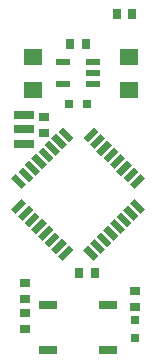
<source format=gbr>
G04 EAGLE Gerber RS-274X export*
G75*
%MOMM*%
%FSLAX34Y34*%
%LPD*%
%INSolderpaste Top*%
%IPPOS*%
%AMOC8*
5,1,8,0,0,1.08239X$1,22.5*%
G01*
%ADD10R,0.900000X0.700000*%
%ADD11R,1.600000X1.400000*%
%ADD12R,0.700000X0.900000*%
%ADD13R,0.800000X0.800000*%
%ADD14R,1.524000X0.762000*%
%ADD15R,1.200000X0.550000*%
%ADD16R,1.700000X0.700000*%
%ADD17R,1.270000X0.558800*%
%ADD18R,0.558800X1.270000*%


D10*
X59690Y191620D03*
X59690Y204620D03*
D11*
X50800Y227300D03*
X50800Y255300D03*
D12*
X95400Y266700D03*
X82400Y266700D03*
D13*
X96400Y215900D03*
X81400Y215900D03*
D10*
X44196Y25504D03*
X44196Y38504D03*
D14*
X114300Y7620D03*
X63500Y7620D03*
X114300Y45720D03*
X63500Y45720D03*
D12*
X103020Y72390D03*
X90020Y72390D03*
D10*
X44196Y50904D03*
X44196Y63904D03*
X137160Y57300D03*
X137160Y44300D03*
D13*
X137160Y17900D03*
X137160Y32900D03*
D15*
X101901Y232308D03*
X101901Y241808D03*
X101901Y251308D03*
X75899Y251308D03*
X75899Y232308D03*
D11*
X132080Y227300D03*
X132080Y255300D03*
D16*
X43180Y182310D03*
X43180Y194310D03*
X43180Y206310D03*
D17*
G36*
X80860Y183387D02*
X71881Y192366D01*
X75832Y196317D01*
X84811Y187338D01*
X80860Y183387D01*
G37*
G36*
X75203Y177730D02*
X66224Y186709D01*
X70175Y190660D01*
X79154Y181681D01*
X75203Y177730D01*
G37*
G36*
X69546Y172074D02*
X60567Y181053D01*
X64518Y185004D01*
X73497Y176025D01*
X69546Y172074D01*
G37*
G36*
X63889Y166417D02*
X54910Y175396D01*
X58861Y179347D01*
X67840Y170368D01*
X63889Y166417D01*
G37*
G36*
X58232Y160760D02*
X49253Y169739D01*
X53204Y173690D01*
X62183Y164711D01*
X58232Y160760D01*
G37*
G36*
X52575Y155103D02*
X43596Y164082D01*
X47547Y168033D01*
X56526Y159054D01*
X52575Y155103D01*
G37*
G36*
X46919Y149446D02*
X37940Y158425D01*
X41891Y162376D01*
X50870Y153397D01*
X46919Y149446D01*
G37*
G36*
X41262Y143789D02*
X32283Y152768D01*
X36234Y156719D01*
X45213Y147740D01*
X41262Y143789D01*
G37*
D18*
G36*
X36234Y122681D02*
X32283Y126632D01*
X41262Y135611D01*
X45213Y131660D01*
X36234Y122681D01*
G37*
G36*
X41891Y117024D02*
X37940Y120975D01*
X46919Y129954D01*
X50870Y126003D01*
X41891Y117024D01*
G37*
G36*
X47547Y111367D02*
X43596Y115318D01*
X52575Y124297D01*
X56526Y120346D01*
X47547Y111367D01*
G37*
G36*
X53204Y105710D02*
X49253Y109661D01*
X58232Y118640D01*
X62183Y114689D01*
X53204Y105710D01*
G37*
G36*
X58861Y100053D02*
X54910Y104004D01*
X63889Y112983D01*
X67840Y109032D01*
X58861Y100053D01*
G37*
G36*
X64518Y94396D02*
X60567Y98347D01*
X69546Y107326D01*
X73497Y103375D01*
X64518Y94396D01*
G37*
G36*
X70175Y88740D02*
X66224Y92691D01*
X75203Y101670D01*
X79154Y97719D01*
X70175Y88740D01*
G37*
G36*
X75832Y83083D02*
X71881Y87034D01*
X80860Y96013D01*
X84811Y92062D01*
X75832Y83083D01*
G37*
D17*
G36*
X101968Y83083D02*
X92989Y92062D01*
X96940Y96013D01*
X105919Y87034D01*
X101968Y83083D01*
G37*
G36*
X107625Y88740D02*
X98646Y97719D01*
X102597Y101670D01*
X111576Y92691D01*
X107625Y88740D01*
G37*
G36*
X113282Y94396D02*
X104303Y103375D01*
X108254Y107326D01*
X117233Y98347D01*
X113282Y94396D01*
G37*
G36*
X118939Y100053D02*
X109960Y109032D01*
X113911Y112983D01*
X122890Y104004D01*
X118939Y100053D01*
G37*
G36*
X124596Y105710D02*
X115617Y114689D01*
X119568Y118640D01*
X128547Y109661D01*
X124596Y105710D01*
G37*
G36*
X130253Y111367D02*
X121274Y120346D01*
X125225Y124297D01*
X134204Y115318D01*
X130253Y111367D01*
G37*
G36*
X135909Y117024D02*
X126930Y126003D01*
X130881Y129954D01*
X139860Y120975D01*
X135909Y117024D01*
G37*
G36*
X141566Y122681D02*
X132587Y131660D01*
X136538Y135611D01*
X145517Y126632D01*
X141566Y122681D01*
G37*
D18*
G36*
X136538Y143789D02*
X132587Y147740D01*
X141566Y156719D01*
X145517Y152768D01*
X136538Y143789D01*
G37*
G36*
X130881Y149446D02*
X126930Y153397D01*
X135909Y162376D01*
X139860Y158425D01*
X130881Y149446D01*
G37*
G36*
X125225Y155103D02*
X121274Y159054D01*
X130253Y168033D01*
X134204Y164082D01*
X125225Y155103D01*
G37*
G36*
X119568Y160760D02*
X115617Y164711D01*
X124596Y173690D01*
X128547Y169739D01*
X119568Y160760D01*
G37*
G36*
X113911Y166417D02*
X109960Y170368D01*
X118939Y179347D01*
X122890Y175396D01*
X113911Y166417D01*
G37*
G36*
X108254Y172074D02*
X104303Y176025D01*
X113282Y185004D01*
X117233Y181053D01*
X108254Y172074D01*
G37*
G36*
X102597Y177730D02*
X98646Y181681D01*
X107625Y190660D01*
X111576Y186709D01*
X102597Y177730D01*
G37*
G36*
X96940Y183387D02*
X92989Y187338D01*
X101968Y196317D01*
X105919Y192366D01*
X96940Y183387D01*
G37*
D12*
X134516Y292100D03*
X121516Y292100D03*
M02*

</source>
